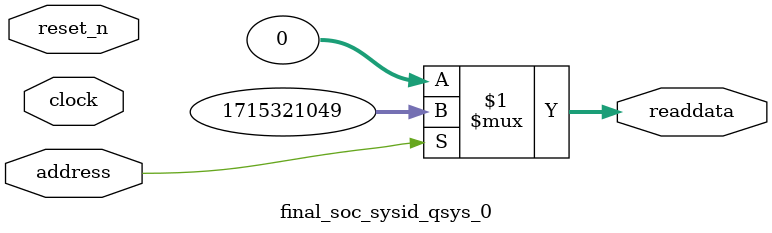
<source format=v>



// synthesis translate_off
`timescale 1ns / 1ps
// synthesis translate_on

// turn off superfluous verilog processor warnings 
// altera message_level Level1 
// altera message_off 10034 10035 10036 10037 10230 10240 10030 

module final_soc_sysid_qsys_0 (
               // inputs:
                address,
                clock,
                reset_n,

               // outputs:
                readdata
             )
;

  output  [ 31: 0] readdata;
  input            address;
  input            clock;
  input            reset_n;

  wire    [ 31: 0] readdata;
  //control_slave, which is an e_avalon_slave
  assign readdata = address ? 1715321049 : 0;

endmodule



</source>
